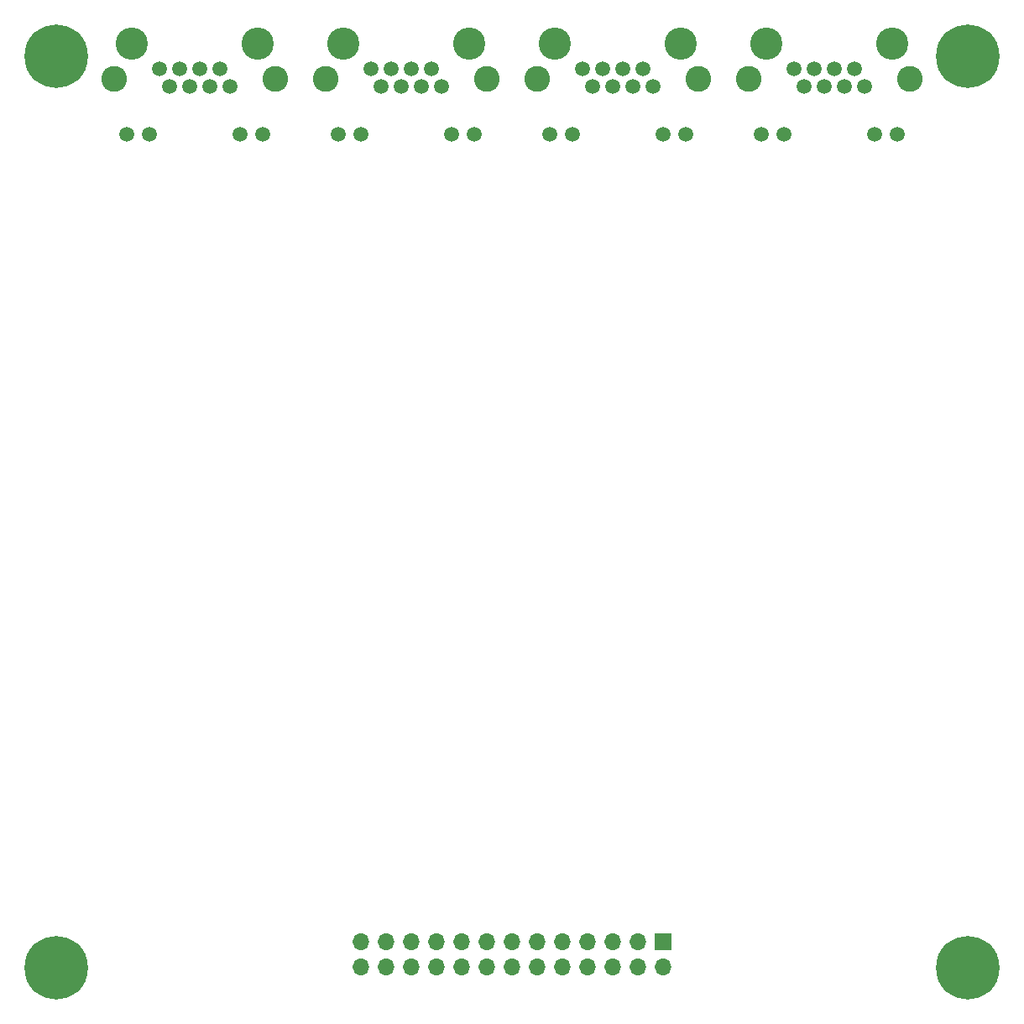
<source format=gbs>
G04 #@! TF.GenerationSoftware,KiCad,Pcbnew,8.0.5*
G04 #@! TF.CreationDate,2024-09-22T18:01:03+03:00*
G04 #@! TF.ProjectId,rioctrl-stepdir4,72696f63-7472-46c2-9d73-746570646972,rev?*
G04 #@! TF.SameCoordinates,Original*
G04 #@! TF.FileFunction,Soldermask,Bot*
G04 #@! TF.FilePolarity,Negative*
%FSLAX46Y46*%
G04 Gerber Fmt 4.6, Leading zero omitted, Abs format (unit mm)*
G04 Created by KiCad (PCBNEW 8.0.5) date 2024-09-22 18:01:03*
%MOMM*%
%LPD*%
G01*
G04 APERTURE LIST*
%ADD10R,1.700000X1.700000*%
%ADD11O,1.700000X1.700000*%
%ADD12C,3.250000*%
%ADD13C,1.500000*%
%ADD14C,2.600000*%
%ADD15C,0.800000*%
%ADD16C,6.400000*%
G04 APERTURE END LIST*
D10*
G04 #@! TO.C,J1*
X140225000Y-148350000D03*
D11*
X140225000Y-150890000D03*
X137685000Y-148350000D03*
X137685000Y-150890000D03*
X135145000Y-148350000D03*
X135145000Y-150890000D03*
X132605000Y-148350000D03*
X132605000Y-150890000D03*
X130065000Y-148350000D03*
X130065000Y-150890000D03*
X127525000Y-148350000D03*
X127525000Y-150890000D03*
X124985000Y-148350000D03*
X124985000Y-150890000D03*
X122445000Y-148350000D03*
X122445000Y-150890000D03*
X119905000Y-148350000D03*
X119905000Y-150890000D03*
X117365000Y-148350000D03*
X117365000Y-150890000D03*
X114825000Y-148350000D03*
X114825000Y-150890000D03*
X112285000Y-148350000D03*
X112285000Y-150890000D03*
X109745000Y-148350000D03*
X109745000Y-150890000D03*
G04 #@! TD*
D12*
G04 #@! TO.C,J2*
X163350000Y-57750000D03*
X150650000Y-57750000D03*
D13*
X153430000Y-60290000D03*
X154450000Y-62070000D03*
X155470000Y-60290000D03*
X156490000Y-62070000D03*
X157510000Y-60290000D03*
X158530000Y-62070000D03*
X159550000Y-60290000D03*
X160570000Y-62070000D03*
X150140000Y-66880000D03*
X152430000Y-66880000D03*
X161570000Y-66880000D03*
X163860000Y-66880000D03*
D14*
X165130000Y-61310000D03*
X148870000Y-61310000D03*
G04 #@! TD*
D15*
G04 #@! TO.C,H4*
X76600000Y-151000000D03*
X77302944Y-149302944D03*
X77302944Y-152697056D03*
X79000000Y-148600000D03*
D16*
X79000000Y-151000000D03*
D15*
X79000000Y-153400000D03*
X80697056Y-149302944D03*
X80697056Y-152697056D03*
X81400000Y-151000000D03*
G04 #@! TD*
G04 #@! TO.C,H2*
X168600000Y-59000000D03*
X169302944Y-57302944D03*
X169302944Y-60697056D03*
X171000000Y-56600000D03*
D16*
X171000000Y-59000000D03*
D15*
X171000000Y-61400000D03*
X172697056Y-57302944D03*
X172697056Y-60697056D03*
X173400000Y-59000000D03*
G04 #@! TD*
D12*
G04 #@! TO.C,J4*
X120683333Y-57750000D03*
X107983333Y-57750000D03*
D13*
X110763333Y-60290000D03*
X111783333Y-62070000D03*
X112803333Y-60290000D03*
X113823333Y-62070000D03*
X114843333Y-60290000D03*
X115863333Y-62070000D03*
X116883333Y-60290000D03*
X117903333Y-62070000D03*
X107473333Y-66880000D03*
X109763333Y-66880000D03*
X118903333Y-66880000D03*
X121193333Y-66880000D03*
D14*
X122463333Y-61310000D03*
X106203333Y-61310000D03*
G04 #@! TD*
D12*
G04 #@! TO.C,J3*
X142016666Y-57750000D03*
X129316666Y-57750000D03*
D13*
X132096666Y-60290000D03*
X133116666Y-62070000D03*
X134136666Y-60290000D03*
X135156666Y-62070000D03*
X136176666Y-60290000D03*
X137196666Y-62070000D03*
X138216666Y-60290000D03*
X139236666Y-62070000D03*
X128806666Y-66880000D03*
X131096666Y-66880000D03*
X140236666Y-66880000D03*
X142526666Y-66880000D03*
D14*
X143796666Y-61310000D03*
X127536666Y-61310000D03*
G04 #@! TD*
D15*
G04 #@! TO.C,H1*
X76600000Y-59000000D03*
X77302944Y-57302944D03*
X77302944Y-60697056D03*
X79000000Y-56600000D03*
D16*
X79000000Y-59000000D03*
D15*
X79000000Y-61400000D03*
X80697056Y-57302944D03*
X80697056Y-60697056D03*
X81400000Y-59000000D03*
G04 #@! TD*
G04 #@! TO.C,H3*
X168600000Y-151000000D03*
X169302944Y-149302944D03*
X169302944Y-152697056D03*
X171000000Y-148600000D03*
D16*
X171000000Y-151000000D03*
D15*
X171000000Y-153400000D03*
X172697056Y-149302944D03*
X172697056Y-152697056D03*
X173400000Y-151000000D03*
G04 #@! TD*
D12*
G04 #@! TO.C,J5*
X99350000Y-57750000D03*
X86650000Y-57750000D03*
D13*
X89430000Y-60290000D03*
X90450000Y-62070000D03*
X91470000Y-60290000D03*
X92490000Y-62070000D03*
X93510000Y-60290000D03*
X94530000Y-62070000D03*
X95550000Y-60290000D03*
X96570000Y-62070000D03*
X86140000Y-66880000D03*
X88430000Y-66880000D03*
X97570000Y-66880000D03*
X99860000Y-66880000D03*
D14*
X101130000Y-61310000D03*
X84870000Y-61310000D03*
G04 #@! TD*
M02*

</source>
